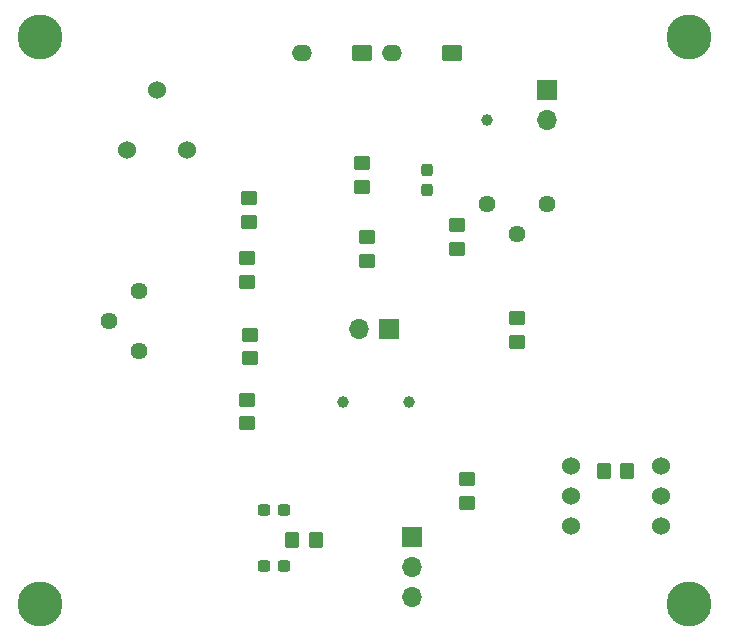
<source format=gbr>
%TF.GenerationSoftware,KiCad,Pcbnew,(6.0.11)*%
%TF.CreationDate,2023-04-19T21:38:18+02:00*%
%TF.ProjectId,FringeLocker,4672696e-6765-44c6-9f63-6b65722e6b69,0.1*%
%TF.SameCoordinates,Original*%
%TF.FileFunction,Soldermask,Bot*%
%TF.FilePolarity,Negative*%
%FSLAX46Y46*%
G04 Gerber Fmt 4.6, Leading zero omitted, Abs format (unit mm)*
G04 Created by KiCad (PCBNEW (6.0.11)) date 2023-04-19 21:38:18*
%MOMM*%
%LPD*%
G01*
G04 APERTURE LIST*
G04 Aperture macros list*
%AMRoundRect*
0 Rectangle with rounded corners*
0 $1 Rounding radius*
0 $2 $3 $4 $5 $6 $7 $8 $9 X,Y pos of 4 corners*
0 Add a 4 corners polygon primitive as box body*
4,1,4,$2,$3,$4,$5,$6,$7,$8,$9,$2,$3,0*
0 Add four circle primitives for the rounded corners*
1,1,$1+$1,$2,$3*
1,1,$1+$1,$4,$5*
1,1,$1+$1,$6,$7*
1,1,$1+$1,$8,$9*
0 Add four rect primitives between the rounded corners*
20,1,$1+$1,$2,$3,$4,$5,0*
20,1,$1+$1,$4,$5,$6,$7,0*
20,1,$1+$1,$6,$7,$8,$9,0*
20,1,$1+$1,$8,$9,$2,$3,0*%
G04 Aperture macros list end*
%ADD10C,1.000000*%
%ADD11RoundRect,0.250000X-0.450000X0.350000X-0.450000X-0.350000X0.450000X-0.350000X0.450000X0.350000X0*%
%ADD12C,3.800000*%
%ADD13RoundRect,0.250000X0.450000X-0.350000X0.450000X0.350000X-0.450000X0.350000X-0.450000X-0.350000X0*%
%ADD14RoundRect,0.237500X-0.237500X0.300000X-0.237500X-0.300000X0.237500X-0.300000X0.237500X0.300000X0*%
%ADD15C,1.524000*%
%ADD16RoundRect,0.237500X0.300000X0.237500X-0.300000X0.237500X-0.300000X-0.237500X0.300000X-0.237500X0*%
%ADD17R,1.700000X1.700000*%
%ADD18O,1.700000X1.700000*%
%ADD19C,1.440000*%
%ADD20RoundRect,0.250000X-0.350000X-0.450000X0.350000X-0.450000X0.350000X0.450000X-0.350000X0.450000X0*%
%ADD21RoundRect,0.250000X0.350000X0.450000X-0.350000X0.450000X-0.350000X-0.450000X0.350000X-0.450000X0*%
%ADD22RoundRect,0.249200X0.600800X0.450800X-0.600800X0.450800X-0.600800X-0.450800X0.600800X-0.450800X0*%
%ADD23O,1.700000X1.400000*%
G04 APERTURE END LIST*
D10*
%TO.C,TP1*%
X140716000Y-87376000D03*
%TD*%
D11*
%TO.C,R1*%
X149860000Y-80280000D03*
X149860000Y-82280000D03*
%TD*%
%TO.C,R3*%
X137160000Y-73438000D03*
X137160000Y-75438000D03*
%TD*%
%TO.C,R9*%
X127000000Y-87190000D03*
X127000000Y-89190000D03*
%TD*%
D10*
%TO.C,TP3*%
X147320000Y-63500000D03*
%TD*%
D11*
%TO.C,R2*%
X127000000Y-75200000D03*
X127000000Y-77200000D03*
%TD*%
%TO.C,R8*%
X145638800Y-93935000D03*
X145638800Y-95935000D03*
%TD*%
D12*
%TO.C,REF3*%
X164500000Y-104500000D03*
%TD*%
D13*
%TO.C,R5*%
X144780000Y-74422000D03*
X144780000Y-72422000D03*
%TD*%
D14*
%TO.C,C1*%
X142240000Y-67717500D03*
X142240000Y-69442500D03*
%TD*%
D15*
%TO.C,RV3*%
X154495500Y-97853500D03*
X154495500Y-95313500D03*
X154495500Y-92773500D03*
X162115500Y-97853500D03*
X162115500Y-95313500D03*
X162115500Y-92773500D03*
%TD*%
D16*
%TO.C,C6*%
X130204500Y-101280000D03*
X128479500Y-101280000D03*
%TD*%
D17*
%TO.C,J2*%
X152400000Y-60960000D03*
D18*
X152400000Y-63500000D03*
%TD*%
D19*
%TO.C,RV2*%
X152400000Y-70600000D03*
X149860000Y-73140000D03*
X147320000Y-70600000D03*
%TD*%
D17*
%TO.C,J1*%
X139095000Y-81160000D03*
D18*
X136555000Y-81160000D03*
%TD*%
D12*
%TO.C,REF2*%
X164500000Y-56500000D03*
%TD*%
D13*
%TO.C,R6*%
X136800000Y-69182100D03*
X136800000Y-67182100D03*
%TD*%
D12*
%TO.C,REF1*%
X109500000Y-56500000D03*
%TD*%
D19*
%TO.C,RV4*%
X117856000Y-83058000D03*
X115316000Y-80518000D03*
X117856000Y-77978000D03*
%TD*%
D20*
%TO.C,R10*%
X130882000Y-99060000D03*
X132882000Y-99060000D03*
%TD*%
D12*
%TO.C,REF4*%
X109500000Y-104500000D03*
%TD*%
D16*
%TO.C,C5*%
X130204500Y-96520000D03*
X128479500Y-96520000D03*
%TD*%
D11*
%TO.C,R11*%
X127305000Y-81684700D03*
X127305000Y-83684700D03*
%TD*%
D15*
%TO.C,RV1*%
X116840000Y-66040000D03*
X119380000Y-60960000D03*
X121920000Y-66040000D03*
%TD*%
D21*
%TO.C,R7*%
X159242000Y-93218000D03*
X157242000Y-93218000D03*
%TD*%
D10*
%TO.C,TP2*%
X135128000Y-87376000D03*
%TD*%
D11*
%TO.C,R4*%
X127250000Y-70120000D03*
X127250000Y-72120000D03*
%TD*%
D17*
%TO.C,J3*%
X140970000Y-98806000D03*
D18*
X140970000Y-101346000D03*
X140970000Y-103886000D03*
%TD*%
D22*
%TO.C,D1*%
X136790000Y-57830000D03*
D23*
X131710000Y-57830000D03*
%TD*%
D22*
%TO.C,D2*%
X144410000Y-57830000D03*
D23*
X139330000Y-57830000D03*
%TD*%
M02*

</source>
